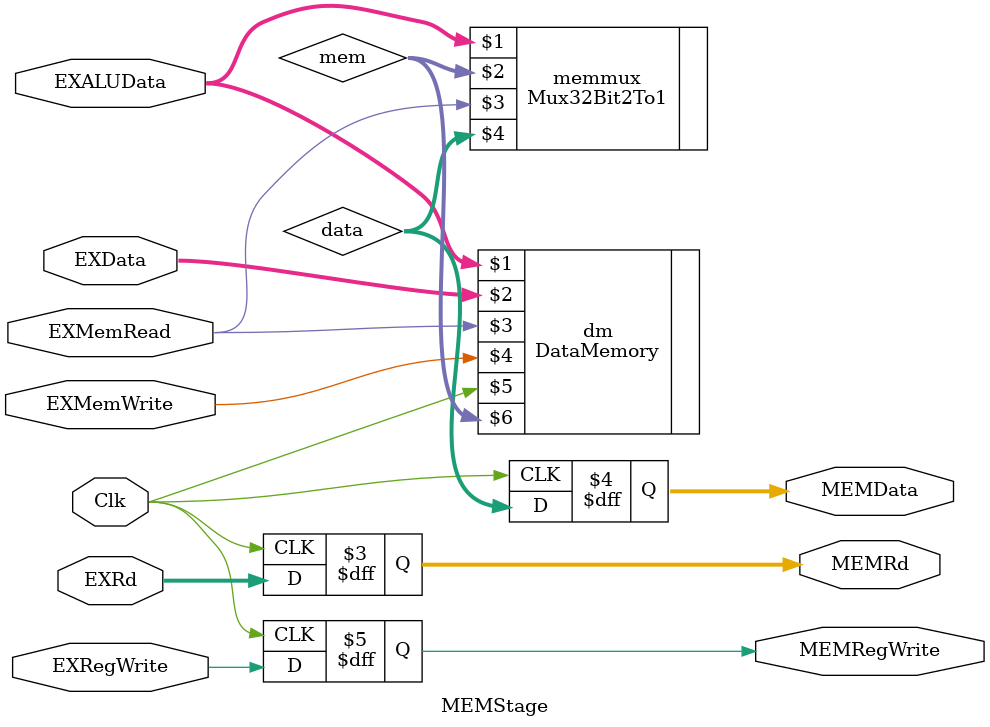
<source format=v>
module MEMStage(
  input EXRegWrite,
  input EXMemRead,
  input EXMemWrite,
  input [4:0] EXRd,
  input [31:0] EXData,
  input [31:0] EXALUData,
  input Clk,
  output reg [4:0] MEMRd,
  output reg [31:0] MEMData,
  output reg MEMRegWrite
);
  initial begin
    MEMRd <= 0; MEMData <= 0; MEMRegWrite <= 0;
  end

  // Hold the current word loaded from memory
  wire [31:0] mem;
  DataMemory dm(EXALUData, EXData, EXMemRead, EXMemWrite, Clk, mem);

  // Hold ALU result from R-type instructions and memory word for lw
  // instruction.
  wire [31:0] data;
  Mux32Bit2To1 memmux(EXALUData, mem, EXMemRead, data);

  always @(negedge Clk) begin
    // Run one tick after WBStage.
    #1;

    MEMRd <= EXRd;
    MEMData <= data;
    MEMRegWrite <= EXRegWrite;
  end
endmodule

</source>
